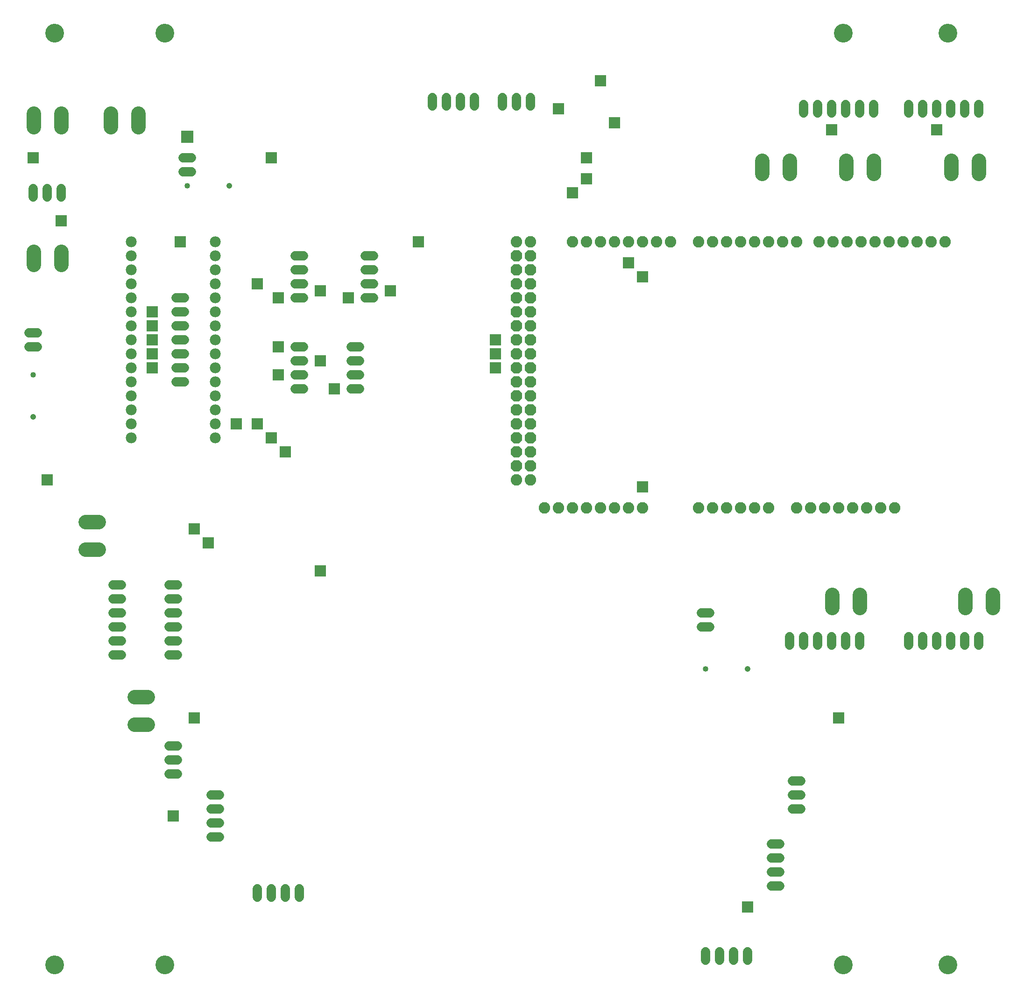
<source format=gts>
G75*
%MOIN*%
%OFA0B0*%
%FSLAX25Y25*%
%IPPOS*%
%LPD*%
%AMOC8*
5,1,8,0,0,1.08239X$1,22.5*
%
%ADD10C,0.13398*%
%ADD11C,0.06800*%
%ADD12C,0.08200*%
%ADD13OC8,0.08200*%
%ADD14C,0.04000*%
%ADD15C,0.04123*%
%ADD16C,0.07800*%
%ADD17C,0.10170*%
%ADD18R,0.08477X0.08477*%
%ADD19R,0.09068X0.09068*%
D10*
X0059418Y0027922D03*
X0138158Y0027922D03*
X0622410Y0027922D03*
X0697213Y0027922D03*
X0697213Y0693276D03*
X0622410Y0693276D03*
X0138158Y0693276D03*
X0059418Y0693276D03*
D11*
X0151300Y0604300D02*
X0157300Y0604300D01*
X0157300Y0594300D02*
X0151300Y0594300D01*
X0064300Y0582300D02*
X0064300Y0576300D01*
X0054300Y0576300D02*
X0054300Y0582300D01*
X0044300Y0582300D02*
X0044300Y0576300D01*
X0041300Y0479300D02*
X0047300Y0479300D01*
X0047300Y0469300D02*
X0041300Y0469300D01*
X0146300Y0464300D02*
X0152300Y0464300D01*
X0152300Y0454300D02*
X0146300Y0454300D01*
X0146300Y0444300D02*
X0152300Y0444300D01*
X0152300Y0474300D02*
X0146300Y0474300D01*
X0146300Y0484300D02*
X0152300Y0484300D01*
X0152300Y0494300D02*
X0146300Y0494300D01*
X0146300Y0504300D02*
X0152300Y0504300D01*
X0231300Y0504300D02*
X0237300Y0504300D01*
X0237300Y0514300D02*
X0231300Y0514300D01*
X0231300Y0524300D02*
X0237300Y0524300D01*
X0237300Y0534300D02*
X0231300Y0534300D01*
X0281300Y0534300D02*
X0287300Y0534300D01*
X0287300Y0524300D02*
X0281300Y0524300D01*
X0281300Y0514300D02*
X0287300Y0514300D01*
X0287300Y0504300D02*
X0281300Y0504300D01*
X0277300Y0469300D02*
X0271300Y0469300D01*
X0271300Y0459300D02*
X0277300Y0459300D01*
X0277300Y0449300D02*
X0271300Y0449300D01*
X0271300Y0439300D02*
X0277300Y0439300D01*
X0237300Y0439300D02*
X0231300Y0439300D01*
X0231300Y0449300D02*
X0237300Y0449300D01*
X0237300Y0459300D02*
X0231300Y0459300D01*
X0231300Y0469300D02*
X0237300Y0469300D01*
X0147300Y0299300D02*
X0141300Y0299300D01*
X0141300Y0289300D02*
X0147300Y0289300D01*
X0147300Y0279300D02*
X0141300Y0279300D01*
X0141300Y0269300D02*
X0147300Y0269300D01*
X0147300Y0259300D02*
X0141300Y0259300D01*
X0141300Y0249300D02*
X0147300Y0249300D01*
X0107300Y0249300D02*
X0101300Y0249300D01*
X0101300Y0259300D02*
X0107300Y0259300D01*
X0107300Y0269300D02*
X0101300Y0269300D01*
X0101300Y0279300D02*
X0107300Y0279300D01*
X0107300Y0289300D02*
X0101300Y0289300D01*
X0101300Y0299300D02*
X0107300Y0299300D01*
X0141300Y0184300D02*
X0147300Y0184300D01*
X0147300Y0174300D02*
X0141300Y0174300D01*
X0141300Y0164300D02*
X0147300Y0164300D01*
X0171300Y0149300D02*
X0177300Y0149300D01*
X0177300Y0139300D02*
X0171300Y0139300D01*
X0171300Y0129300D02*
X0177300Y0129300D01*
X0177300Y0119300D02*
X0171300Y0119300D01*
X0204300Y0082300D02*
X0204300Y0076300D01*
X0214300Y0076300D02*
X0214300Y0082300D01*
X0224300Y0082300D02*
X0224300Y0076300D01*
X0234300Y0076300D02*
X0234300Y0082300D01*
X0521300Y0269300D02*
X0527300Y0269300D01*
X0527300Y0279300D02*
X0521300Y0279300D01*
X0584300Y0262300D02*
X0584300Y0256300D01*
X0594300Y0256300D02*
X0594300Y0262300D01*
X0604300Y0262300D02*
X0604300Y0256300D01*
X0614300Y0256300D02*
X0614300Y0262300D01*
X0624300Y0262300D02*
X0624300Y0256300D01*
X0634300Y0256300D02*
X0634300Y0262300D01*
X0669300Y0262300D02*
X0669300Y0256300D01*
X0679300Y0256300D02*
X0679300Y0262300D01*
X0689300Y0262300D02*
X0689300Y0256300D01*
X0699300Y0256300D02*
X0699300Y0262300D01*
X0709300Y0262300D02*
X0709300Y0256300D01*
X0719300Y0256300D02*
X0719300Y0262300D01*
X0592300Y0159300D02*
X0586300Y0159300D01*
X0586300Y0149300D02*
X0592300Y0149300D01*
X0592300Y0139300D02*
X0586300Y0139300D01*
X0577300Y0114300D02*
X0571300Y0114300D01*
X0571300Y0104300D02*
X0577300Y0104300D01*
X0577300Y0094300D02*
X0571300Y0094300D01*
X0571300Y0084300D02*
X0577300Y0084300D01*
X0554300Y0037300D02*
X0554300Y0031300D01*
X0544300Y0031300D02*
X0544300Y0037300D01*
X0534300Y0037300D02*
X0534300Y0031300D01*
X0524300Y0031300D02*
X0524300Y0037300D01*
X0594300Y0636300D02*
X0594300Y0642300D01*
X0604300Y0642300D02*
X0604300Y0636300D01*
X0614300Y0636300D02*
X0614300Y0642300D01*
X0624300Y0642300D02*
X0624300Y0636300D01*
X0634300Y0636300D02*
X0634300Y0642300D01*
X0644300Y0642300D02*
X0644300Y0636300D01*
X0669300Y0636300D02*
X0669300Y0642300D01*
X0679300Y0642300D02*
X0679300Y0636300D01*
X0689300Y0636300D02*
X0689300Y0642300D01*
X0699300Y0642300D02*
X0699300Y0636300D01*
X0709300Y0636300D02*
X0709300Y0642300D01*
X0719300Y0642300D02*
X0719300Y0636300D01*
X0399300Y0641300D02*
X0399300Y0647300D01*
X0389300Y0647300D02*
X0389300Y0641300D01*
X0379300Y0641300D02*
X0379300Y0647300D01*
X0359300Y0647300D02*
X0359300Y0641300D01*
X0349300Y0641300D02*
X0349300Y0647300D01*
X0339300Y0647300D02*
X0339300Y0641300D01*
X0329300Y0641300D02*
X0329300Y0647300D01*
D12*
X0389300Y0544300D03*
X0399300Y0544300D03*
X0429300Y0544300D03*
X0439300Y0544300D03*
X0449300Y0544300D03*
X0459300Y0544300D03*
X0469300Y0544300D03*
X0479300Y0544300D03*
X0489300Y0544300D03*
X0499300Y0544300D03*
X0519300Y0544300D03*
X0529300Y0544300D03*
X0539300Y0544300D03*
X0549300Y0544300D03*
X0559300Y0544300D03*
X0569300Y0544300D03*
X0579300Y0544300D03*
X0589300Y0544300D03*
X0605300Y0544300D03*
X0615300Y0544300D03*
X0625300Y0544300D03*
X0635300Y0544300D03*
X0645300Y0544300D03*
X0655300Y0544300D03*
X0665300Y0544300D03*
X0675300Y0544300D03*
X0685300Y0544300D03*
X0695300Y0544300D03*
X0659300Y0354300D03*
X0649300Y0354300D03*
X0639300Y0354300D03*
X0629300Y0354300D03*
X0619300Y0354300D03*
X0609300Y0354300D03*
X0599300Y0354300D03*
X0589300Y0354300D03*
X0569300Y0354300D03*
X0559300Y0354300D03*
X0549300Y0354300D03*
X0539300Y0354300D03*
X0529300Y0354300D03*
X0519300Y0354300D03*
X0479300Y0354300D03*
X0469300Y0354300D03*
X0459300Y0354300D03*
X0449300Y0354300D03*
X0439300Y0354300D03*
X0429300Y0354300D03*
X0419300Y0354300D03*
X0409300Y0354300D03*
X0399300Y0374300D03*
X0389300Y0374300D03*
D13*
X0389300Y0384300D03*
X0389300Y0394300D03*
X0399300Y0394300D03*
X0399300Y0384300D03*
X0399300Y0404300D03*
X0399300Y0414300D03*
X0389300Y0414300D03*
X0389300Y0404300D03*
X0389300Y0424300D03*
X0389300Y0434300D03*
X0389300Y0444300D03*
X0399300Y0444300D03*
X0399300Y0434300D03*
X0399300Y0424300D03*
X0399300Y0454300D03*
X0399300Y0464300D03*
X0399300Y0474300D03*
X0389300Y0474300D03*
X0389300Y0464300D03*
X0389300Y0454300D03*
X0389300Y0484300D03*
X0389300Y0494300D03*
X0399300Y0494300D03*
X0399300Y0484300D03*
X0399300Y0504300D03*
X0399300Y0514300D03*
X0399300Y0524300D03*
X0389300Y0524300D03*
X0389300Y0514300D03*
X0389300Y0504300D03*
X0389300Y0534300D03*
X0399300Y0534300D03*
D14*
X0154300Y0584300D03*
X0044300Y0449300D03*
X0524300Y0239300D03*
D15*
X0554300Y0239300D03*
X0184300Y0584300D03*
X0044300Y0419300D03*
D16*
X0114300Y0414300D03*
X0114300Y0404300D03*
X0114300Y0424300D03*
X0114300Y0434300D03*
X0114300Y0444300D03*
X0114300Y0454300D03*
X0114300Y0464300D03*
X0114300Y0474300D03*
X0114300Y0484300D03*
X0114300Y0494300D03*
X0114300Y0504300D03*
X0114300Y0514300D03*
X0114300Y0524300D03*
X0114300Y0534300D03*
X0114300Y0544300D03*
X0174300Y0544300D03*
X0174300Y0534300D03*
X0174300Y0524300D03*
X0174300Y0514300D03*
X0174300Y0504300D03*
X0174300Y0494300D03*
X0174300Y0484300D03*
X0174300Y0474300D03*
X0174300Y0464300D03*
X0174300Y0454300D03*
X0174300Y0444300D03*
X0174300Y0434300D03*
X0174300Y0424300D03*
X0174300Y0414300D03*
X0174300Y0404300D03*
D17*
X0090757Y0344143D02*
X0081387Y0344143D01*
X0081387Y0324457D02*
X0090757Y0324457D01*
X0116387Y0219143D02*
X0125757Y0219143D01*
X0125757Y0199457D02*
X0116387Y0199457D01*
X0064143Y0527843D02*
X0064143Y0537213D01*
X0044457Y0537213D02*
X0044457Y0527843D01*
X0044457Y0626387D02*
X0044457Y0635757D01*
X0064143Y0635757D02*
X0064143Y0626387D01*
X0099457Y0626387D02*
X0099457Y0635757D01*
X0119143Y0635757D02*
X0119143Y0626387D01*
X0564457Y0602213D02*
X0564457Y0592843D01*
X0584143Y0592843D02*
X0584143Y0602213D01*
X0624457Y0602213D02*
X0624457Y0592843D01*
X0644143Y0592843D02*
X0644143Y0602213D01*
X0699457Y0602213D02*
X0699457Y0592843D01*
X0719143Y0592843D02*
X0719143Y0602213D01*
X0709457Y0292213D02*
X0709457Y0282843D01*
X0729143Y0282843D02*
X0729143Y0292213D01*
X0634143Y0292213D02*
X0634143Y0282843D01*
X0614457Y0282843D02*
X0614457Y0292213D01*
D18*
X0619300Y0204300D03*
X0554300Y0069300D03*
X0249300Y0309300D03*
X0169300Y0329300D03*
X0159300Y0339300D03*
X0214300Y0404300D03*
X0224300Y0394300D03*
X0204300Y0414300D03*
X0189300Y0414300D03*
X0219300Y0449300D03*
X0219300Y0469300D03*
X0249300Y0459300D03*
X0259300Y0439300D03*
X0269300Y0504300D03*
X0249300Y0509300D03*
X0219300Y0504300D03*
X0204300Y0514300D03*
X0149300Y0544300D03*
X0129300Y0494300D03*
X0129300Y0484300D03*
X0129300Y0474300D03*
X0129300Y0464300D03*
X0129300Y0454300D03*
X0054300Y0374300D03*
X0159300Y0204300D03*
X0144300Y0134300D03*
X0479300Y0369300D03*
X0374300Y0454300D03*
X0374300Y0464300D03*
X0374300Y0474300D03*
X0299300Y0509300D03*
X0319300Y0544300D03*
X0419300Y0639300D03*
X0449300Y0659300D03*
X0459300Y0629300D03*
X0439300Y0604300D03*
X0439300Y0589300D03*
X0429300Y0579300D03*
X0469300Y0529300D03*
X0479300Y0519300D03*
X0614300Y0624300D03*
X0689300Y0624300D03*
X0214300Y0604300D03*
X0064300Y0559300D03*
X0044300Y0604300D03*
D19*
X0154300Y0619300D03*
M02*

</source>
